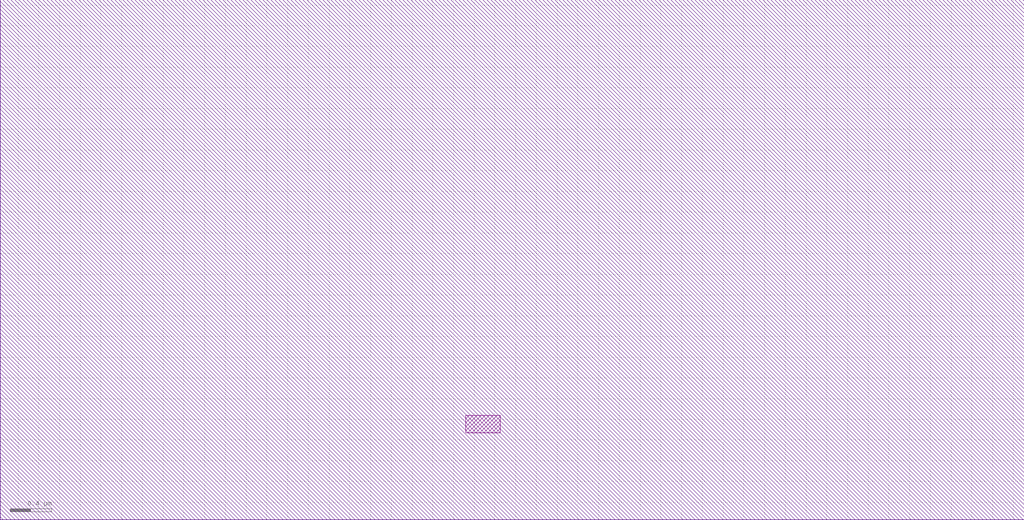
<source format=lef>
VERSION 5.7 ;
  NOWIREEXTENSIONATPIN ON ;
  DIVIDERCHAR "/" ;
  BUSBITCHARS "[]" ;
UNITS
  DATABASE MICRONS 200 ;
END UNITS

LAYER via2
  TYPE CUT ;
END via2

LAYER via
  TYPE CUT ;
END via

LAYER nwell
  TYPE MASTERSLICE ;
END nwell

LAYER via3
  TYPE CUT ;
END via3

LAYER pwell
  TYPE MASTERSLICE ;
END pwell

LAYER via4
  TYPE CUT ;
END via4

LAYER mcon
  TYPE CUT ;
END mcon

LAYER met6
  TYPE ROUTING ;
  WIDTH 0.030000 ;
  SPACING 0.040000 ;
  DIRECTION HORIZONTAL ;
END met6

LAYER met1
  TYPE ROUTING ;
  WIDTH 0.140000 ;
  SPACING 0.140000 ;
  DIRECTION HORIZONTAL ;
END met1

LAYER met3
  TYPE ROUTING ;
  WIDTH 0.300000 ;
  SPACING 0.300000 ;
  DIRECTION HORIZONTAL ;
END met3

LAYER met2
  TYPE ROUTING ;
  WIDTH 0.140000 ;
  SPACING 0.140000 ;
  DIRECTION HORIZONTAL ;
END met2

LAYER met4
  TYPE ROUTING ;
  WIDTH 0.300000 ;
  SPACING 0.300000 ;
  DIRECTION HORIZONTAL ;
END met4

LAYER met5
  TYPE ROUTING ;
  WIDTH 1.600000 ;
  SPACING 1.600000 ;
  DIRECTION HORIZONTAL ;
END met5

LAYER li1
  TYPE ROUTING ;
  WIDTH 0.170000 ;
  SPACING 0.170000 ;
  DIRECTION HORIZONTAL ;
END li1

MACRO sky130_hilas_tacoreblock
  CLASS BLOCK ;
  FOREIGN sky130_hilas_tacoreblock ;
  ORIGIN 4.570 0.970 ;
  SIZE 9.875 BY 5.020 ;
  OBS
      LAYER li1 ;
        RECT -0.080 -0.130 0.250 0.040 ;
  END
END sky130_hilas_tacoreblock
END LIBRARY


</source>
